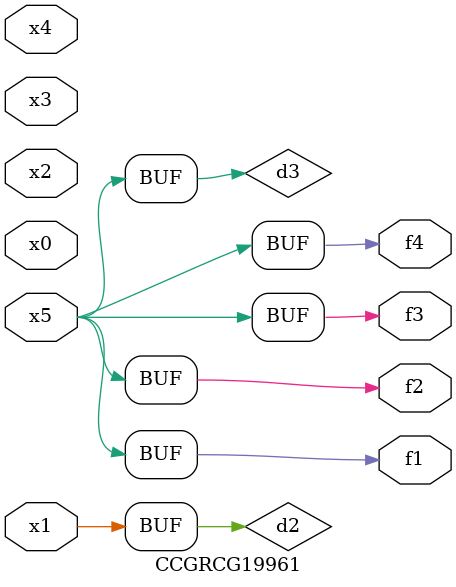
<source format=v>
module CCGRCG19961(
	input x0, x1, x2, x3, x4, x5,
	output f1, f2, f3, f4
);

	wire d1, d2, d3;

	not (d1, x5);
	or (d2, x1);
	xnor (d3, d1);
	assign f1 = d3;
	assign f2 = d3;
	assign f3 = d3;
	assign f4 = d3;
endmodule

</source>
